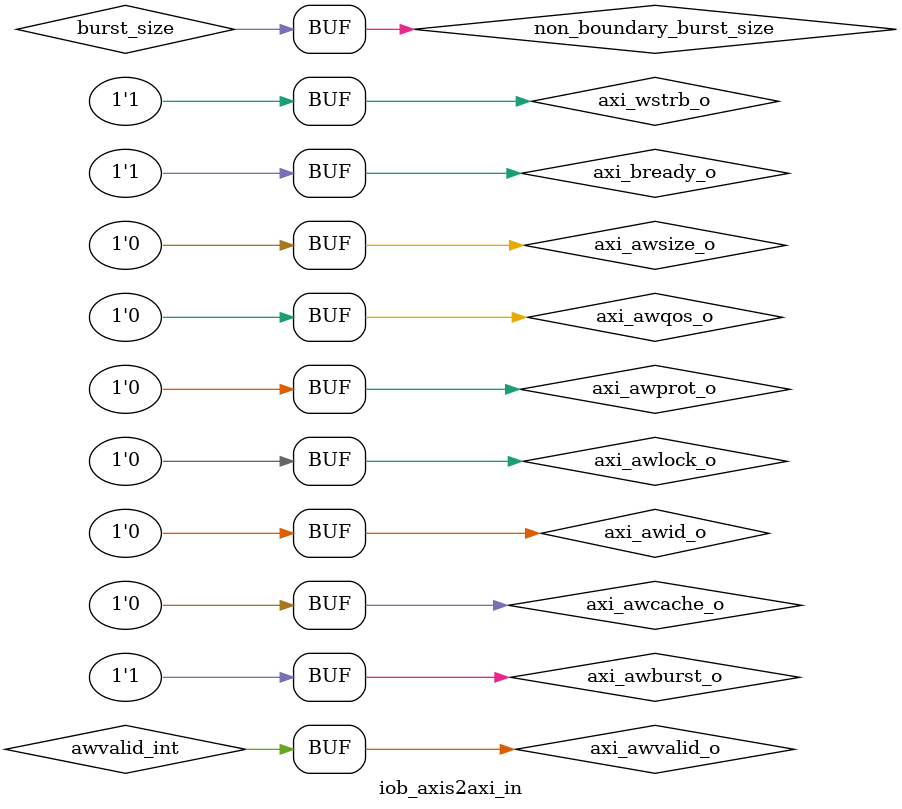
<source format=v>

`timescale 1ns / 1ps




module iob_axis2axi_in #(
   parameter AXI_ADDR_W = 0,
   parameter AXI_DATA_W = 32,  // We currently only support 4 byte transfers
   parameter AXI_LEN_W  = 8,
   parameter AXI_ID_W   = 1,
   parameter BURST_W    = 0
) (
   `include "iob_axis2axi_in_io.vs"
);

   localparam BURST_SIZE = 2 ** BURST_W;
   localparam BUFFER_W = BURST_W + 1;
   localparam BUFFER_SIZE = 2 ** BUFFER_W;

   localparam WAIT_DATA = 2'h0, START_TRANSFER = 2'h1, TRANSFER = 2'h2, WAIT_BRESP = 2'h3;

   // Constants
   assign axi_awid_o    = 0;
   assign axi_awsize_o  = 2;
   assign axi_awburst_o = 1;
   assign axi_awlock_o  = 0;
   assign axi_awcache_o = 2;
   assign axi_awprot_o  = 2;
   assign axi_awqos_o   = 0;
   assign axi_wstrb_o   = 4'b1111;
   assign axi_bready_o  = 1'b1;

   // State regs
   reg                   awvalid_int;
   reg                   wvalid_int;
   reg  [           1:0] state_nxt;
   reg  [AXI_ADDR_W-1:0] next_address;

   // Instantiation wires
   wire [           1:0] state;
   wire [BURST_SIZE-1:0] transfer_count;
   wire [AXI_ADDR_W-1:0] current_address;
   wire [AXI_DATA_W-1:0] fifo_data;
   wire fifo_empty, fifo_full;
   wire [BUFFER_W:0] fifo_level;
   wire [BURST_W:0] awlen_int;

   // Logical wires
   wire doing_transfer = (state != WAIT_DATA);
   wire normal_burst_possible = (fifo_level >= BURST_SIZE);
   wire last_burst_possible = (fifo_level > 0 && fifo_level < BURST_SIZE && !axis_in_valid_i);
   wire start_transfer = (normal_burst_possible || last_burst_possible) && !doing_transfer;
   wire transfer = axi_wready_i && axi_wvalid_o;
   wire read_next = (transfer && !axi_wlast_o);
   wire last_transfer = (transfer_count == axi_awlen_o);
   wire fifo_read_enable = (read_next || start_transfer)
       ;  // Start_transfer puts the first valid data on r_data and offsets fifo read by one cycle which lines up perfectly with the way the m_axi_wready signal works

   wire [BURST_W:0] burst_size;

   reg [BURST_W:0] non_boundary_burst_size;
   always @* begin
      non_boundary_burst_size = 0;

      if (last_burst_possible) begin
         non_boundary_burst_size = fifo_level;
      end
      if (normal_burst_possible) non_boundary_burst_size = BURST_SIZE;
   end

   generate
      if (AXI_ADDR_W >= 13) begin  // 4k boundary can only happen to LEN higher or equal to 13

         wire [     12:0] boundary_transfer_len = (13'h1000 - current_address[11:0]) >> 2;

         reg  [BURST_W:0] boundary_burst_size;
         always @* begin
            boundary_burst_size = non_boundary_burst_size;

            if (non_boundary_burst_size > boundary_transfer_len)
               boundary_burst_size = boundary_transfer_len;
         end

         assign burst_size = boundary_burst_size;

      end else begin
         assign burst_size = non_boundary_burst_size;
      end
   endgenerate

   wire [BURST_W:0] transfer_len = burst_size - 1;

   // Assignment to outputs
   assign axi_awvalid_o     = awvalid_int;
   assign axi_awaddr_o      = current_address;
   assign axi_awlen_o       = awlen_int;
   assign axi_wvalid_o      = wvalid_int;
   assign axi_wdata_o       = fifo_data;
   assign axi_wlast_o       = last_transfer;

   assign axis_in_ready_o   = !fifo_full;
   assign config_in_ready_o = (fifo_empty && state == WAIT_DATA);

   // Registers port logic
   reg transfer_count_reg_rst;
   reg transfer_count_reg_en;
   reg axi_length_reg_en;

   // State machine
   always @* begin
      state_nxt              = state;
      awvalid_int            = 1'b0;
      wvalid_int             = 1'b0;
      next_address           = current_address;

      transfer_count_reg_rst = 1'b0;
      transfer_count_reg_en  = 1'b0;
      axi_length_reg_en      = 1'b0;

      if (config_in_valid_i) next_address = config_in_addr_i;

      case (state)
         WAIT_DATA: begin
            if (start_transfer) begin
               state_nxt         = START_TRANSFER;
               axi_length_reg_en = 1'b1;
            end
            transfer_count_reg_rst = 1'b1;
         end
         START_TRANSFER: begin
            awvalid_int = 1'b1;
            if (axi_awready_i) state_nxt = TRANSFER;
         end
         TRANSFER: begin
            wvalid_int = 1'b1;  // Since we can only send a burst of less or equal to the FIFO level, we can set m_axi_wvalid to 1. We always have a value to send 
            if (transfer && axi_wlast_o) begin
               next_address = current_address + ((axi_awlen_o + 1) << 2);
               state_nxt    = WAIT_BRESP;
            end
            transfer_count_reg_en = transfer;
         end
         WAIT_BRESP:
         if (axi_bvalid_i) begin
            state_nxt = WAIT_DATA;
         end
      endcase
   end

   iob_counter #(BURST_SIZE, 0) transfer_count_reg (
      `include "iob_axis2axi_in_clk_en_rst_s_s_portmap.vs"
      .rst_i (transfer_count_reg_rst),
      .en_i  (transfer_count_reg_en),
      .data_o(transfer_count)
   );
   iob_reg_re #(BURST_W + 1, 0) axi_length_reg (
      `include "iob_axis2axi_in_clk_en_rst_s_s_portmap.vs"
      .rst_i (rst_i),
      .en_i  (axi_length_reg_en),
      .data_i(transfer_len),
      .data_o(awlen_int)
   );
   iob_reg_r #(AXI_ADDR_W, 0) address_reg (
      `include "iob_axis2axi_in_clk_en_rst_s_s_portmap.vs"
      .rst_i (rst_i),
      .data_i(next_address),
      .data_o(current_address)
   );
   iob_reg_r #(2, 0) state_reg (
      `include "iob_axis2axi_in_clk_en_rst_s_s_portmap.vs"
      .rst_i (rst_i),
      .data_i(state_nxt),
      .data_o(state)
   );

   iob_fifo_sync #(
      .W_DATA_W(AXI_DATA_W),
      .R_DATA_W(AXI_DATA_W),
      .ADDR_W  (BUFFER_W)
   ) fifo (
      //write port
      .ext_mem_w_en_o  (ext_mem_w_en_o),
      .ext_mem_w_data_o(ext_mem_w_data_o),
      .ext_mem_w_addr_o(ext_mem_w_addr_o),
      //read port
      .ext_mem_r_en_o  (ext_mem_r_en_o),
      .ext_mem_r_addr_o(ext_mem_r_addr_o),
      .ext_mem_r_data_i(ext_mem_r_data_i),

      //write port
      .w_en_i  (axis_in_valid_i),
      .w_data_i(axis_in_data_i),
      .w_full_o(fifo_full),

      //read port
      .r_en_i   (fifo_read_enable),
      .r_data_o (fifo_data),
      .r_empty_o(fifo_empty),

      //FIFO level
      .level_o(fifo_level),

      .clk_i (clk_i),
      .cke_i (cke_i),
      .rst_i (rst_i),
      .arst_i(arst_i)
   );

endmodule

</source>
